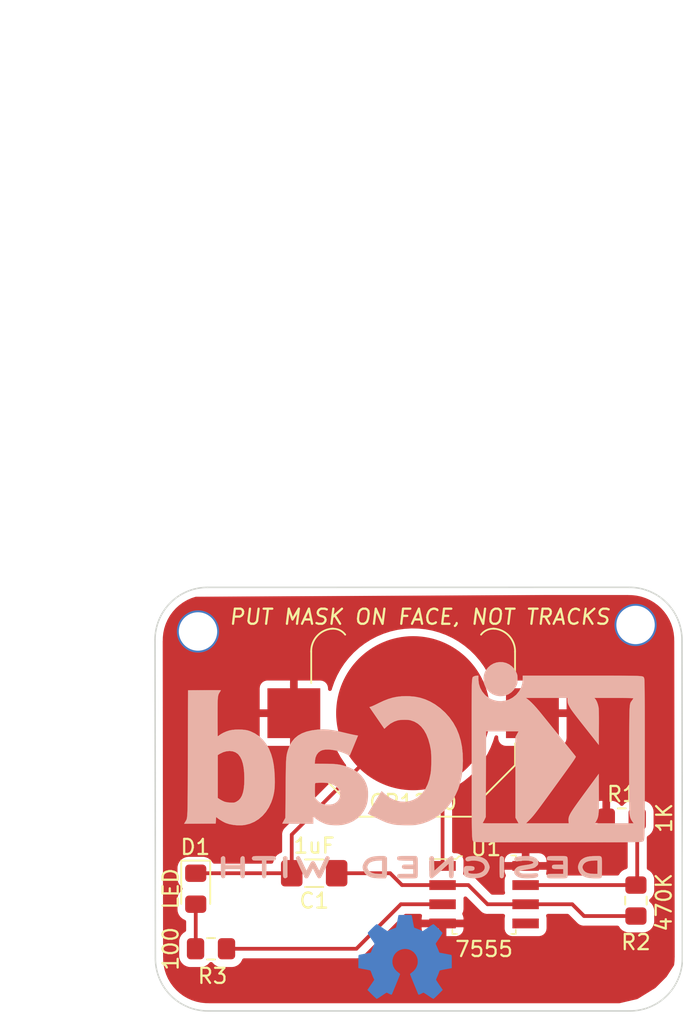
<source format=kicad_pcb>
(kicad_pcb (version 20210108) (generator pcbnew)
  (layers (0 "F.Cu" signal) (31 "B.Cu" signal) (34 "B.Paste" user) (35 "F.Paste" user) (36 "B.SilkS" user) (37 "F.SilkS" user) (38 "B.Mask" user) (39 "F.Mask" user) (44 "Edge.Cuts" user))
  (net 0 "")
  (net 1 "GND")
  (net 2 "/VDD")
  (net 3 "Net-(C1-Pad1)")
  (net 4 "Net-(D1-Pad2)")
  (net 5 "Net-(R1-Pad2)")
  (net 6 "Net-(R3-Pad1)")
  (footprint "Battery:BatteryHolder_Keystone_3000_1x12mm" (layer "F.Cu") (at 144.399 119.4054 180)
    (fp_text reference "CR1220" (at 0 -5.8928 unlocked) (layer "F.SilkS"))
    (fp_text value "BatteryHolder_Keystone_3000_1x12mm" hide)
    (pad "1" smd rect (at 7.9 0 180) (size 3.5 3.3) (layers "F.Cu" "F.Paste" "F.Mask") (net 2 "/VDD"))
    (pad "1" smd rect (at -7.9 0 180) (size 3.5 3.3) (layers "F.Cu" "F.Paste" "F.Mask") (net 2 "/VDD"))
    (pad "2" smd circle (at 0 0 180) (size 10.2 10.2) (layers "F.Cu" "F.Paste" "F.Mask") (net 1 "GND"))
  )
  (footprint "digikey-footprints:SOIC-8-1EP_W3.9mm" (layer "F.Cu") (at 149.098 131.4196 -90)
    (fp_text reference "U1" (at -3.0734 -0.127 unlocked) (layer "F.SilkS"))
    (fp_text value "7555" (at 3.6068 0 unlocked) (layer "F.SilkS"))
    (pad "1" smd rect (at -1.905 2.75 270) (size 0.65 1.75) (layers "F.Cu" "F.Paste" "F.Mask") (net 1 "GND"))
    (pad "2" smd rect (at -0.635 2.75 270) (size 0.65 1.75) (layers "F.Cu" "F.Paste" "F.Mask") (net 3 "Net-(C1-Pad1)"))
    (pad "3" smd rect (at 0.635 2.75 270) (size 0.65 1.75) (layers "F.Cu" "F.Paste" "F.Mask") (net 6 "Net-(R3-Pad1)"))
    (pad "4" smd rect (at 1.905 2.75 270) (size 0.65 1.75) (layers "F.Cu" "F.Paste" "F.Mask") (net 2 "/VDD"))
    (pad "5" smd rect (at 1.905 -2.75 270) (size 0.65 1.75) (layers "F.Cu" "F.Paste" "F.Mask"))
    (pad "6" smd rect (at 0.635 -2.75 270) (size 0.65 1.75) (layers "F.Cu" "F.Paste" "F.Mask") (net 3 "Net-(C1-Pad1)"))
    (pad "7" smd rect (at -0.635 -2.75 270) (size 0.65 1.75) (layers "F.Cu" "F.Paste" "F.Mask") (net 5 "Net-(R1-Pad2)"))
    (pad "8" smd rect (at -1.905 -2.75 270) (size 0.65 1.75) (layers "F.Cu" "F.Paste" "F.Mask") (net 2 "/VDD"))
  )
  (footprint "Resistor_SMD:R_0805_2012Metric_Pad1.15x1.40mm_HandSolder" (layer "F.Cu") (at 131.0132 135 180)
    (fp_text reference "R3" (at -0.1016 -1.8044 unlocked) (layer "F.SilkS"))
    (fp_text value "100" (at 2.667 -0.001 90 unlocked) (layer "F.SilkS"))
    (pad "1" smd roundrect (at -1.025 0 180) (size 1.15 1.4) (layers "F.Cu" "F.Paste" "F.Mask") (roundrect_rratio 0.2173913043478261) (net 6 "Net-(R3-Pad1)"))
    (pad "2" smd roundrect (at 1.025 0 180) (size 1.15 1.4) (layers "F.Cu" "F.Paste" "F.Mask") (roundrect_rratio 0.2173913043478261) (net 4 "Net-(D1-Pad2)"))
  )
  (footprint "Resistor_SMD:R_0805_2012Metric_Pad1.15x1.40mm_HandSolder" (layer "F.Cu") (at 159.1564 131.8096 -90)
    (fp_text reference "R2" (at 2.7596 0 unlocked) (layer "F.SilkS"))
    (fp_text value "470K" (at 0.118 -1.8542 -270 unlocked) (layer "F.SilkS"))
    (pad "1" smd roundrect (at -1.025 0 270) (size 1.15 1.4) (layers "F.Cu" "F.Paste" "F.Mask") (roundrect_rratio 0.2173913043478261) (net 5 "Net-(R1-Pad2)"))
    (pad "2" smd roundrect (at 1.025 0 270) (size 1.15 1.4) (layers "F.Cu" "F.Paste" "F.Mask") (roundrect_rratio 0.2173913043478261) (net 3 "Net-(C1-Pad1)"))
  )
  (footprint "Resistor_SMD:R_0805_2012Metric_Pad1.15x1.40mm_HandSolder" (layer "F.Cu") (at 158.2166 126.4158)
    (fp_text reference "R1" (at 0 -1.65 unlocked) (layer "F.SilkS"))
    (fp_text value "1K" (at 2.8194 -0.0762 90 unlocked) (layer "F.SilkS"))
    (pad "1" smd roundrect (at -1.025 0) (size 1.15 1.4) (layers "F.Cu" "F.Paste" "F.Mask") (roundrect_rratio 0.2173913043478261) (net 2 "/VDD"))
    (pad "2" smd roundrect (at 1.025 0) (size 1.15 1.4) (layers "F.Cu" "F.Paste" "F.Mask") (roundrect_rratio 0.2173913043478261) (net 5 "Net-(R1-Pad2)"))
  )
  (footprint "LED_SMD:LED_0805_2012Metric_Pad1.15x1.40mm_HandSolder" (layer "F.Cu") (at 130 131.025 -90)
    (fp_text reference "D1" (at -2.755 0.0282 unlocked) (layer "F.SilkS"))
    (fp_text value "LED" (at 0 1.65 -270 unlocked) (layer "F.SilkS"))
    (pad "1" smd roundrect (at -1.025 0 270) (size 1.15 1.4) (layers "F.Cu" "F.Paste" "F.Mask") (roundrect_rratio 0.2173913043478261) (net 1 "GND"))
    (pad "2" smd roundrect (at 1.025 0 270) (size 1.15 1.4) (layers "F.Cu" "F.Paste" "F.Mask") (roundrect_rratio 0.2173913043478261) (net 4 "Net-(D1-Pad2)"))
  )
  (footprint "Capacitor_SMD:C_1206_3216Metric_Pad1.42x1.75mm_HandSolder" (layer "F.Cu") (at 137.8458 130 180)
    (fp_text reference "C1" (at 0 -1.82 unlocked) (layer "F.SilkS"))
    (fp_text value "1uF" (at 0 1.82 unlocked) (layer "F.SilkS"))
    (pad "1" smd roundrect (at -1.4875 0 180) (size 1.425 1.75) (layers "F.Cu" "F.Paste" "F.Mask") (roundrect_rratio 0.175439298245614) (net 3 "Net-(C1-Pad1)"))
    (pad "2" smd roundrect (at 1.4875 0 180) (size 1.425 1.75) (layers "F.Cu" "F.Paste" "F.Mask") (roundrect_rratio 0.175439298245614) (net 1 "GND"))
  )
  (footprint "pumpkin-2-inch-outline:F.Cu_g4954" (layer "F.Cu") (at 119.8372 73.6092)
    (fp_text reference "G***" hide)
    (fp_text value "LOGO" hide)
  )
  (footprint "Symbol:KiCad-Logo2_12mm_SilkScreen" (layer "B.Cu") (at 144.5006 121.9454 180)
    (fp_text reference "REF**" hide)
    (fp_text value "KiCad-Logo2_12mm_SilkScreen" hide)
  )
  (footprint "afterdark:OSHW-Logo2_9.8x8mm_Copper" (layer "B.Cu") (at 143.8656 136.4742 180)
    (fp_text reference "REF**" hide)
    (fp_text value "OSHW-Logo2_9.8x8mm_Copper" hide)
  )
  (footprint "afterdark:OSHW-Logo2_9.8x8mm_Copper" (layer "B.Cu") (at 143.8656 136.4742 180)
    (fp_text reference "REF**" hide)
    (fp_text value "OSHW-Logo2_9.8x8mm_Copper" hide)
    (fp_poly (pts (xy 0.139878 3.712224) (xy 0.245612 3.711645) (xy 0.322132 3.710078) (xy 0.374372 3.707028) (xy 0.407263 3.702004) (xy 0.425737 3.694511) (xy 0.434727 3.684056) (xy 0.439163 3.670147) (xy 0.439594 3.668346) (xy 0.446333 3.635855) (xy 0.458808 3.571748) (xy 0.475719 3.482849) (xy 0.495771 3.375981) (xy 0.517664 3.257967) (xy 0.518429 3.253822) (xy 0.540359 3.138169) (xy 0.560877 3.035986) (xy 0.578659 2.953402) (xy 0.592381 2.896544) (xy 0.600718 2.871542) (xy 0.601116 2.871099) (xy 0.625677 2.85889) (xy 0.676315 2.838544) (xy 0.742095 2.814455) (xy 0.742461 2.814326) (xy 0.825317 2.783182) (xy 0.923 2.743509) (xy 1.015077 2.703619) (xy 1.019434 2.701647) (xy 1.169407 2.63358) (xy 1.501498 2.860361) (xy 1.603374 2.929496) (xy 1.695657 2.991303) (xy 1.773003 3.042267) (xy 1.830064 3.078873) (xy 1.861495 3.097606) (xy 1.864479 3.098996) (xy 1.887321 3.09281) (xy 1.929982 3.062965) (xy 1.994128 3.008053) (xy 2.081421 2.926666) (xy 2.170535 2.840078) (xy 2.256441 2.754753) (xy 2.333327 2.676892) (xy 2.396564 2.611303) (xy 2.441523 2.562795) (xy 2.463576 2.536175) (xy 2.464396 2.534805) (xy 2.466834 2.516537) (xy 2.45765 2.486705) (xy 2.434574 2.441279) (xy 2.395337 2.37623) (xy 2.33767 2.28753) (xy 2.260795 2.173343) (xy 2.19257 2.072838) (xy 2.131582 1.982697) (xy 2.081356 1.908151) (xy 2.045416 1.854435) (xy 2.027287 1.826782) (xy 2.026146 1.824905) (xy 2.028359 1.79841) (xy 2.045138 1.746914) (xy 2.073142 1.680149) (xy 2.083122 1.658828) (xy 2.126672 1.563841) (xy 2.173134 1.456063) (xy 2.210877 1.362808) (xy 2.238073 1.293594) (xy 2.259675 1.240994) (xy 2.272158 1.213503) (xy 2.273709 1.211384) (xy 2.296668 1.207876) (xy 2.350786 1.198262) (xy 2.428868 1.183911) (xy 2.523719 1.166193) (xy 2.628143 1.146475) (xy 2.734944 1.126126) (xy 2.836926 1.106514) (xy 2.926894 1.089009) (xy 2.997653 1.074978) (xy 3.042006 1.065791) (xy 3.052885 1.063193) (xy 3.064122 1.056782) (xy 3.072605 1.042303) (xy 3.078714 1.014867) (xy 3.082832 0.969589) (xy 3.085341 0.90158) (xy 3.086621 0.805953) (xy 3.087054 0.67782) (xy 3.087077 0.625299) (xy 3.087077 0.198155) (xy 2.9845 0.177909) (xy 2.927431 0.16693) (xy 2.842269 0.150905) (xy 2.739372 0.131767) (xy 2.629096 0.111449) (xy 2.598615 0.105868) (xy 2.496855 0.086083) (xy 2.408205 0.066627) (xy 2.340108 0.049303) (xy 2.300004 0.035912) (xy 2.293323 0.031921) (xy 2.276919 0.003658) (xy 2.253399 -0.051109) (xy 2.227316 -0.121588) (xy 2.222142 -0.136769) (xy 2.187956 -0.230896) (xy 2.145523 -0.337101) (xy 2.103997 -0.432473) (xy 2.103792 -0.432916) (xy 2.03464 -0.582525) (xy 2.489512 -1.251617) (xy 2.1975 -1.544116) (xy 2.10918 -1.63117) (xy 2.028625 -1.707909) (xy 1.96036 -1.770237) (xy 1.908908 -1.814056) (xy 1.878794 -1.83527) (xy 1.874474 -1.836616) (xy 1.849111 -1.826016) (xy 1.797358 -1.796547) (xy 1.724868 -1.751705) (xy 1.637294 -1.694984) (xy 1.542612 -1.631462) (xy 1.446516 -1.566668) (xy 1.360837 -1.510287) (xy 1.291016 -1.465788) (xy 1.242494 -1.436639) (xy 1.220782 -1.426308) (xy 1.194293 -1.43505) (xy 1.144062 -1.458087) (xy 1.080451 -1.490631) (xy 1.073708 -1.494249) (xy 0.988046 -1.53721) (xy 0.929306 -1.558279) (xy 0.892772 -1.558503) (xy 0.873731 -1.538928) (xy 0.87362 -1.538654) (xy 0.864102 -1.515472) (xy 0.841403 -1.460441) (xy 0.807282 -1.377822) (xy 0.7635 -1.271872) (xy 0.711816 -1.146852) (xy 0.653992 -1.00702) (xy 0.597991 -0.871637) (xy 0.536447 -0.722234) (xy 0.479939 -0.583832) (xy 0.430161 -0.460673) (xy 0.388806 -0.357002) (xy 0.357568 -0.277059) (xy 0.338141 -0.225088) (xy 0.332154 -0.205692) (xy 0.347168 -0.183443) (xy 0.386439 -0.147982) (xy 0.438807 -0.108887) (xy 0.587941 0.014755) (xy 0.704511 0.156478) (xy 0.787118 0.313296) (xy 0.834366 0.482225) (xy 0.844857 0.660278) (xy 0.837231 0.742461) (xy 0.795682 0.912969) (xy 0.724123 1.063541) (xy 0.626995 1.192691) (xy 0.508734 1.298936) (xy 0.37378 1.38079) (xy 0.226571 1.436768) (xy 0.071544 1.465385) (xy -0.086861 1.465156) (xy -0.244206 1.434595) (xy -0.396054 1.372218) (xy -0.537965 1.27654) (xy -0.597197 1.222428) (xy -0.710797 1.08348) (xy -0.789894 0.931639) (xy -0.835014 0.771333) (xy -0.846684 0.606988) (xy -0.825431 0.443029) (xy -0.77178 0.283882) (xy -0.68626 0.133975) (xy -0.569395 -0.002267) (xy -0.438807 -0.108887) (xy -0.384412 -0.149642) (xy -0.345986 -0.184718) (xy -0.332154 -0.205726) (xy -0.339397 -0.228635) (xy -0.359995 -0.283365) (xy -0.392254 -0.365672) (xy -0.434479 -0.471315) (xy -0.484977 -0.59605) (xy -0.542052 -0.735636) (xy -0.598146 -0.87167) (xy -0.660033 -1.021201) (xy -0.717356 -1.159767) (xy -0.768356 -1.283107) (xy -0.811273 -1.386964) (xy -0.844347 -1.46708) (xy -0.865819 -1.519195) (xy -0.873775 -1.538654) (xy -0.892571 -1.558423) (xy -0.928926 -1.558365) (xy -0.987521 -1.537441) (xy -1.073032 -1.494613) (xy -1.073708 -1.494249) (xy -1.138093 -1.461012) (xy -1.190139 -1.436802) (xy -1.219488 -1.426404) (xy -1.220783 -1.426308) (xy -1.242876 -1.436855) (xy -1.291652 -1.466184) (xy -1.361669 -1.510827) (xy -1.447486 -1.567314) (xy -1.542612 -1.631462) (xy -1.63946 -1.696411) (xy -1.726747 -1.752896) (xy -1.798819 -1.797421) (xy -1.850023 -1.82649) (xy -1.874474 -1.836616) (xy -1.89699 -1.823307) (xy -1.942258 -1.786112) (xy -2.005756 -1.729128) (xy -2.082961 -1.656449) (xy -2.169349 -1.572171) (xy -2.197601 -1.544016) (xy -2.489713 -1.251416) (xy -2.267369 -0.925104) (xy -2.199798 -0.824897) (xy -2.140493 -0.734963) (xy -2.092783 -0.66051) (xy -2.059993 -0.606751) (xy -2.045452 -0.578894) (xy -2.045026 -0.576912) (xy -2.052692 -0.550655) (xy -2.073311 -0.497837) (xy -2.103315 -0.42731) (xy -2.124375 -0.380093) (xy -2.163752 -0.289694) (xy -2.200835 -0.198366) (xy -2.229585 -0.1212) (xy -2.237395 -0.097692) (xy -2.259583 -0.034916) (xy -2.281273 0.013589) (xy -2.293187 0.031921) (xy -2.319477 0.043141) (xy -2.376858 0.059046) (xy -2.457882 0.077833) (xy -2.555105 0.097701) (xy -2.598615 0.105868) (xy -2.709104 0.126171) (xy -2.815084 0.14583) (xy -2.906199 0.162912) (xy -2.972092 0.175482) (xy -2.9845 0.177909) (xy -3.087077 0.198155) (xy -3.087077 0.625299) (xy -3.086847 0.765754) (xy -3.085901 0.872021) (xy -3.083859 0.948987) (xy -3.080338 1.00154) (xy -3.074957 1.034567) (xy -3.067334 1.052955) (xy -3.057088 1.061592) (xy -3.052885 1.063193) (xy -3.02753 1.068873) (xy -2.971516 1.080205) (xy -2.892036 1.095821) (xy -2.796288 1.114353) (xy -2.691467 1.134431) (xy -2.584768 1.154688) (xy -2.483387 1.173754) (xy -2.394521 1.190261) (xy -2.325363 1.202841) (xy -2.283111 1.210125) (xy -2.27371 1.211384) (xy -2.265193 1.228237) (xy -2.24634 1.27313) (xy -2.220676 1.33757) (xy -2.210877 1.362808) (xy -2.171352 1.460314) (xy -2.124808 1.568041) (xy -2.083123 1.658828) (xy -2.05245 1.728247) (xy -2.032044 1.78529) (xy -2.025232 1.820223) (xy -2.026318 1.824905) (xy -2.040715 1.847009) (xy -2.073588 1.896169) (xy -2.12141 1.967152) (xy -2.180652 2.054722) (xy -2.247785 2.153643) (xy -2.261059 2.17317) (xy -2.338954 2.28886) (xy -2.396213 2.376956) (xy -2.435119 2.441514) (xy -2.457956 2.486589) (xy -2.467006 2.516237) (xy -2.464552 2.534515) (xy -2.464489 2.534631) (xy -2.445173 2.558639) (xy -2.402449 2.605053) (xy -2.340949 2.669063) (xy -2.265302 2.745855) (xy -2.180139 2.830618) (xy -2.170535 2.840078) (xy -2.06321 2.944011) (xy -1.980385 3.020325) (xy -1.920395 3.070429) (xy -1.881577 3.09573) (xy -1.86448 3.098996) (xy -1.839527 3.08475) (xy -1.787745 3.051844) (xy -1.71448 3.003792) (xy -1.62508 2.94411) (xy -1.524889 2.876312) (xy -1.501499 2.860361) (xy -1.169407 2.63358) (xy -1.019435 2.701647) (xy -0.92823 2.741315) (xy -0.830331 2.781209) (xy -0.746169 2.813017) (xy -0.742462 2.814326) (xy -0.676631 2.838424) (xy -0.625884 2.8588) (xy -0.601158 2.871064) (xy -0.601116 2.871099) (xy -0.593271 2.893266) (xy -0.579934 2.947783) (xy -0.56243 3.02852) (xy -0.542083 3.12935) (xy -0.520218 3.244144) (xy -0.518429 3.253822) (xy -0.496496 3.372096) (xy -0.47636 3.479458) (xy -0.45932 3.569083) (xy -0.446672 3.634149) (xy -0.439716 3.667832) (xy -0.439594 3.668346) (xy -0.435361 3.682675) (xy -0.427129 3.693493) (xy -0.409967 3.701294) (xy -0.378942 3.706571) (xy -0.329122 3.709818) (xy -0.255576 3.711528) (xy -0.153371 3.712193) (xy -0.017575 3.712307) (xy 0 3.712308) (xy 0.139878 3.712224)) (layer "B.Cu") (width 0.01) (fill solid))
  )
  (gr_arc (start 130.81 135.636) (end 127.328718 135.635998) (angle -90) (layer "Edge.Cuts") (width 0.1))
  (gr_arc (start 130.784598 114.557643) (end 130.7846 111.076361) (angle -90) (layer "Edge.Cuts") (width 0.1))
  (gr_line (start 162.2044 114.554) (end 162.23128 135.636) (layer "Edge.Cuts") (width 0.1))
  (gr_line (start 130.7846 111.076361) (end 158.723118 111.072718) (layer "Edge.Cuts") (width 0.1))
  (gr_line (start 158.749998 139.117282) (end 130.81 139.11728) (layer "Edge.Cuts") (width 0.1))
  (gr_line (start 127.328718 135.635998) (end 127.303318 114.557643) (layer "Edge.Cuts") (width 0.1))
  (gr_arc (start 158.723118 114.553998) (end 162.2044 114.554) (angle -90) (layer "Edge.Cuts") (width 0.1))
  (gr_arc (start 158.75 135.636) (end 158.749998 139.117282) (angle -90) (layer "Edge.Cuts") (width 0.1))
  (gr_text "PUT MASK ON FACE, NOT TRACKS" (at 144.8308 113.03) (layer "F.SilkS") (effects (font (size 1 1) (thickness 0.15) italic)))
  (segment (start 136.3583 130) (end 136.3583 127.4461) (width 0.25) (layer "F.Cu") (net 1))
  (segment (start 146.348 129.5146) (end 146.348 121.3544) (width 0.25) (layer "F.Cu") (net 1))
  (segment (start 136.3583 127.4461) (end 144.399 119.4054) (width 0.25) (layer "F.Cu") (net 1))
  (segment (start 130 130) (end 136.3583 130) (width 0.25) (layer "F.Cu") (net 1))
  (segment (start 146.348 121.3544) (end 144.399 119.4054) (width 0.25) (layer "F.Cu") (net 1))
  (via (at 130.1496 113.9952) (size 2.794) (drill 2.54) (layers "F.Cu" "B.Cu") (net 2))
  (via (at 159.131 113.5634) (size 2.794) (drill 2.54) (layers "F.Cu" "B.Cu") (net 2))
  (segment (start 149.3266 132.0546) (end 151.848 132.0546) (width 0.25) (layer "F.Cu") (net 3))
  (segment (start 148.0566 130.7846) (end 149.3266 132.0546) (width 0.25) (layer "F.Cu") (net 3))
  (segment (start 154.94 132.0546) (end 155.72 132.8346) (width 0.25) (layer "F.Cu") (net 3))
  (segment (start 143.6624 130.7846) (end 146.348 130.7846) (width 0.25) (layer "F.Cu") (net 3))
  (segment (start 155.72 132.8346) (end 159.1564 132.8346) (width 0.25) (layer "F.Cu") (net 3))
  (segment (start 139.3333 130) (end 142.8778 130) (width 0.25) (layer "F.Cu") (net 3))
  (segment (start 146.348 130.7846) (end 148.0566 130.7846) (width 0.25) (layer "F.Cu") (net 3))
  (segment (start 151.848 132.0546) (end 154.94 132.0546) (width 0.25) (layer "F.Cu") (net 3))
  (segment (start 142.8778 130) (end 143.6624 130.7846) (width 0.25) (layer "F.Cu") (net 3))
  (segment (start 130 134.9882) (end 129.9882 135) (width 0.25) (layer "F.Cu") (net 4))
  (segment (start 130 132.05) (end 130 134.9882) (width 0.25) (layer "F.Cu") (net 4))
  (segment (start 159.2416 126.4158) (end 159.2416 130.6994) (width 0.25) (layer "F.Cu") (net 5))
  (segment (start 151.848 130.7846) (end 159.1564 130.7846) (width 0.25) (layer "F.Cu") (net 5))
  (segment (start 159.2416 130.6994) (end 159.1564 130.7846) (width 0.25) (layer "F.Cu") (net 5))
  (segment (start 132.0382 135) (end 140.6408 135) (width 0.25) (layer "F.Cu") (net 6))
  (segment (start 140.6408 135) (end 143.5862 132.0546) (width 0.25) (layer "F.Cu") (net 6))
  (segment (start 143.5862 132.0546) (end 146.348 132.0546) (width 0.25) (layer "F.Cu") (net 6))
  (zone (net 2) (net_name "/VDD") (layer "F.Cu") (connect_pads (clearance 0.508)) (min_thickness 0.254) (fill yes (thermal_gap 0.508) (thermal_bridge_width 0.508))
    (polygon (pts (xy 161.1376 112.5728) (xy 161.671 113.792) (xy 161.7472 116.4082) (xy 161.7472 135.9916) (xy 161.1884 136.8552) (xy 160.4518 137.5918) (xy 159.258 138.3284) (xy 157.3022 138.7856) (xy 130.63598 139.997995) (xy 128.578044 139.469409) (xy 127.036517 137.217424) (xy 126.910053 136.06961) (xy 127.57134 116.392542) (xy 127.599785 114.942577) (xy 127.629336 113.269218) (xy 129.304439 111.698667) (xy 159.999103 111.547529)))
  )
)
</source>
